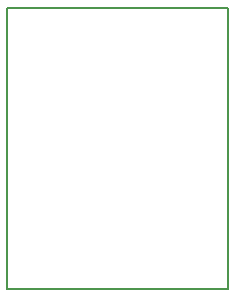
<source format=gm1>
G04 #@! TF.GenerationSoftware,KiCad,Pcbnew,5.0.1-33cea8e~68~ubuntu18.04.1*
G04 #@! TF.CreationDate,2018-11-09T11:38:59+01:00*
G04 #@! TF.ProjectId,LPC82X_JDH20,4C50433832585F4A444832302E6B6963,rev?*
G04 #@! TF.SameCoordinates,Original*
G04 #@! TF.FileFunction,Profile,NP*
%FSLAX46Y46*%
G04 Gerber Fmt 4.6, Leading zero omitted, Abs format (unit mm)*
G04 Created by KiCad (PCBNEW 5.0.1-33cea8e~68~ubuntu18.04.1) date vr 09 nov 2018 11:38:59 CET*
%MOMM*%
%LPD*%
G01*
G04 APERTURE LIST*
%ADD10C,0.200000*%
G04 APERTURE END LIST*
D10*
X125300000Y-89700000D02*
X125300000Y-89700000D01*
X125300000Y-113500000D02*
X125300000Y-89700000D01*
X144000000Y-113500000D02*
X125300000Y-113500000D01*
X144000000Y-89700000D02*
X144000000Y-113500000D01*
X125300000Y-89700000D02*
X144000000Y-89700000D01*
M02*

</source>
